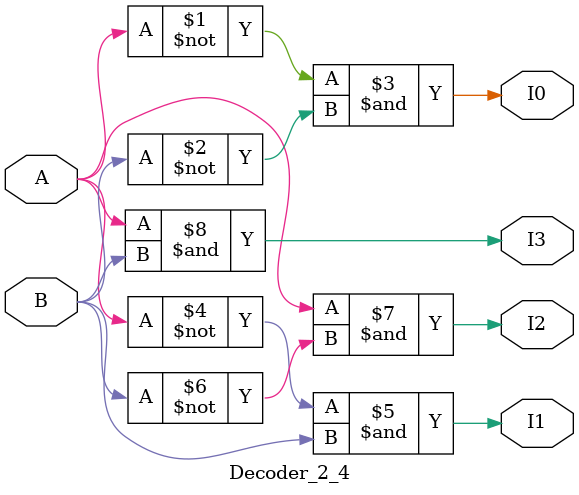
<source format=v>
`timescale 1ns / 1ps

//////////////////////////////////////////////////////////////////////////////////


module Decoder_2_4(
output I0,
output I1,
output I2,
output I3,
input A,
input B
   );
assign I0= ~A&~B;
assign I1=~A&B;
assign I2=A&~B;
assign I3=A&B;   
endmodule

</source>
